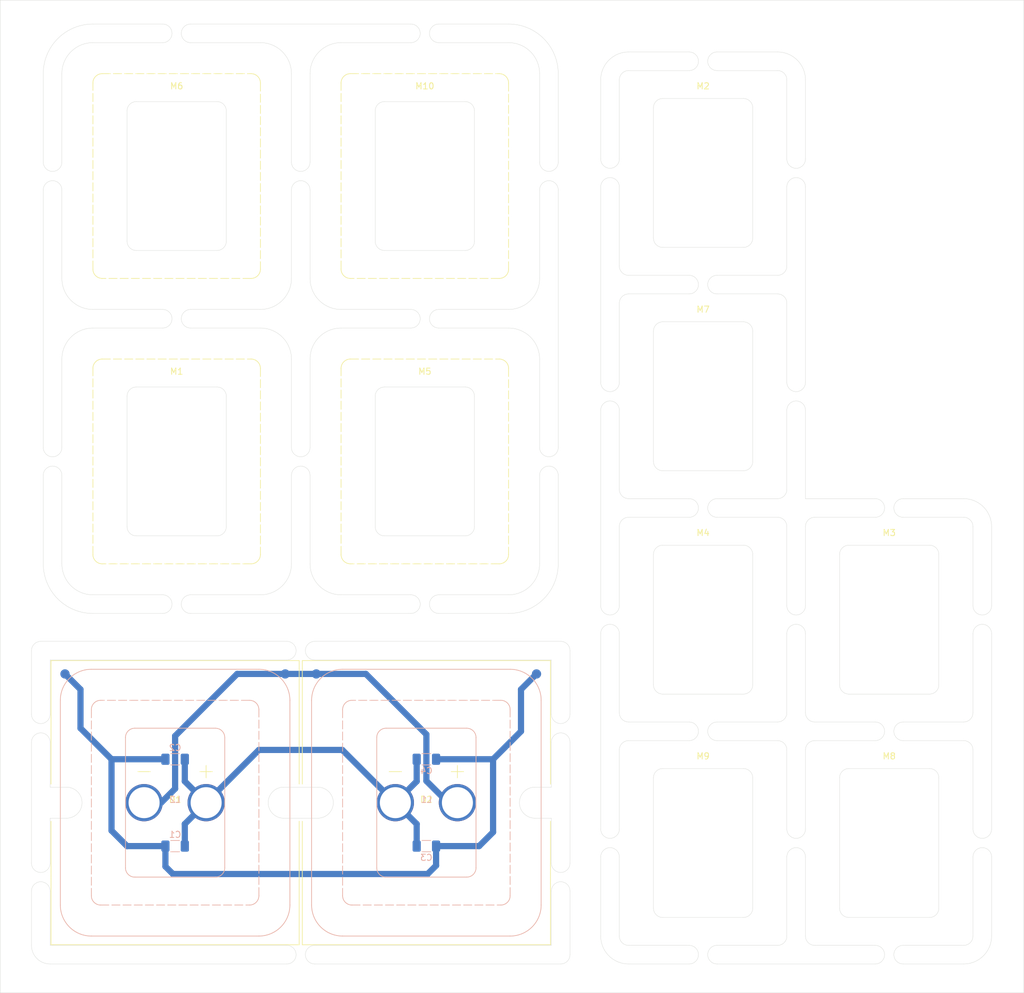
<source format=kicad_pcb>
(kicad_pcb (version 20221018) (generator pcbnew)
  (layers (0 "F.Cu" signal) (31 "B.Cu" signal) (34 "B.Paste" user) (35 "F.Paste" user) (36 "B.SilkS" user "B.Silkscreen") (37 "F.SilkS" user "F.Silkscreen") (38 "B.Mask" user) (39 "F.Mask" user) (44 "Edge.Cuts" user))
  (net 0 "")
  (net 1 "Net-(D1-A)")
  (net 2 "Net-(D1-K)")
  (net 3 "Net-(C1-Pad2)")
  (footprint "pendulum:coil_shell_for_construction" (layer "F.Cu") (at 186.4 126.45)
    (fp_text reference "M5")
    (fp_text value "Coil shell for constructin" hide)
    (fp_line (start -18.5 -2.25) (end -18.5 -16.5) (stroke (width 0.05)) (layer "Edge.Cuts"))
    (fp_line (start -18.5 16.5) (end -18.5 2.25) (stroke (width 0.05)) (layer "Edge.Cuts"))
    (fp_line (start -8 -10.5) (end -8 10.5) (stroke (width 0.05)) (layer "Edge.Cuts"))
    (fp_line (start -6.5 12) (end 6.5 12) (stroke (width 0.05)) (layer "Edge.Cuts"))
    (fp_line (start -2.25 -21.5) (end -13.5 -21.5) (stroke (width 0.05)) (layer "Edge.Cuts"))
    (fp_line (start -2.25 21.5) (end -13.5 21.5) (stroke (width 0.05)) (layer "Edge.Cuts"))
    (fp_line (start 2.25 -21.5) (end 13.5 -21.5) (stroke (width 0.05)) (layer "Edge.Cuts"))
    (fp_line (start 6.5 -12) (end -6.5 -12) (stroke (width 0.05)) (layer "Edge.Cuts"))
    (fp_line (start 8 10.5) (end 8 -10.5) (stroke (width 0.05)) (layer "Edge.Cuts"))
    (fp_line (start 13.5 21.5) (end 2.25 21.5) (stroke (width 0.05)) (layer "Edge.Cuts"))
    (fp_line (start 18.5 -16.5) (end 18.5 -2.25) (stroke (width 0.05)) (layer "Edge.Cuts"))
    (fp_line (start 18.5 2.25) (end 18.5 16.5) (stroke (width 0.05)) (layer "Edge.Cuts"))
    (fp_arc (start -18.5 -16.5) (mid -17.035534 -20.035534) (end -13.5 -21.5) (stroke (width 0.05)) (layer "Edge.Cuts"))
    (fp_arc (start -13.5 21.5) (mid -17.035534 20.035534) (end -18.5 16.5) (stroke (width 0.05)) (layer "Edge.Cuts"))
    (fp_arc (start -8 -10.5) (mid -7.56066 -11.56066) (end -6.5 -12) (stroke (width 0.05)) (layer "Edge.Cuts"))
    (fp_arc (start -6.5 12) (mid -7.56066 11.56066) (end -8 10.5) (stroke (width 0.05)) (layer "Edge.Cuts"))
    (fp_arc (start 6.5 -12) (mid 7.56066 -11.56066) (end 8 -10.5) (stroke (width 0.05)) (layer "Edge.Cuts"))
    (fp_arc (start 8 10.5) (mid 7.56066 11.56066) (end 6.5 12) (stroke (width 0.05)) (layer "Edge.Cuts"))
    (fp_arc (start 13.5 -21.5) (mid 17.035534 -20.035534) (end 18.5 -16.5) (stroke (width 0.05)) (layer "Edge.Cuts"))
    (fp_arc (start 18.5 16.5) (mid 17.035534 20.035534) (end 13.5 21.5) (stroke (width 0.05)) (layer "Edge.Cuts"))
  )
  (footprint "pendulum:mouse_bites_3mm" (layer "F.Cu") (at 186.4 147.95 180)
    (fp_text reference "REF**" hide)
    (fp_text value "mouse_bites_3mm" hide)
    (fp_arc (start -2.25 -3) (mid -0.75 -1.5) (end -2.25 0) (stroke (width 0.05)) (layer "Edge.Cuts"))
    (fp_arc (start 2.25 0) (mid 0.75 -1.5) (end 2.25 -3) (stroke (width 0.05)) (layer "Edge.Cuts"))
  )
  (footprint "pendulum:solar_cell" (layer "F.Cu") (at 186.65 181.45)
    (fp_text reference "D2")
    (fp_text value "0.5V/400mA")
  )
  (footprint "pendulum:mouse_bites_3mm" (layer "F.Cu") (at 261.25 207.45)
    (fp_text reference "REF**" hide)
    (fp_text value "mouse_bites_3mm" hide)
    (fp_arc (start -2.25 -3) (mid -0.75 -1.5) (end -2.25 0) (stroke (width 0.05)) (layer "Edge.Cuts"))
    (fp_arc (start 2.25 0) (mid 0.75 -1.5) (end 2.25 -3) (stroke (width 0.05)) (layer "Edge.Cuts"))
  )
  (footprint "pendulum:mouse_bites_3mm" (layer "F.Cu") (at 126 193.45 90)
    (fp_text reference "REF**" hide)
    (fp_text value "mouse_bites_3mm" hide)
    (fp_arc (start -2.25 -3) (mid -0.75 -1.5) (end -2.25 0) (stroke (width 0.05)) (layer "Edge.Cuts"))
    (fp_arc (start 2.25 0) (mid 0.75 -1.5) (end 2.25 -3) (stroke (width 0.05)) (layer "Edge.Cuts"))
  )
  (footprint "pendulum:mouse_bites_3mm" (layer "F.Cu") (at 167.9 126.45 90)
    (fp_text reference "REF**" hide)
    (fp_text value "mouse_bites_3mm" hide)
    (fp_arc (start -2.25 -3) (mid -0.75 -1.5) (end -2.25 0) (stroke (width 0.05)) (layer "Edge.Cuts"))
    (fp_arc (start 2.25 0) (mid 0.75 -1.5) (end 2.25 -3) (stroke (width 0.05)) (layer "Edge.Cuts"))
  )
  (footprint "pendulum:coil_core_for_construction" (layer "F.Cu") (at 231.25 151.95)
    (fp_text reference "M4")
    (fp_text value "Coil core for construction" hide)
    (fp_line (start -13.5 -2.25) (end -13.5 -15) (stroke (width 0.05)) (layer "Edge.Cuts"))
    (fp_line (start -13.5 15) (end -13.5 2.25) (stroke (width 0.05)) (layer "Edge.Cuts"))
    (fp_line (start -12 -16.5) (end -2.25 -16.5) (stroke (width 0.05)) (layer "Edge.Cuts"))
    (fp_line (start -8 -10.5) (end -8 10.5) (stroke (width 0.05)) (layer "Edge.Cuts"))
    (fp_line (start -6.5 12) (end 6.5 12) (stroke (width 0.05)) (layer "Edge.Cuts"))
    (fp_line (start -2.25 16.5) (end -12 16.5) (stroke (width 0.05)) (layer "Edge.Cuts"))
    (fp_line (start 2.25 -16.5) (end 12 -16.5) (stroke (width 0.05)) (layer "Edge.Cuts"))
    (fp_line (start 6.5 -12) (end -6.5 -12) (stroke (width 0.05)) (layer "Edge.Cuts"))
    (fp_line (start 8 10.5) (end 8 -10.5) (stroke (width 0.05)) (layer "Edge.Cuts"))
    (fp_line (start 12 16.5) (end 2.25 16.5) (stroke (width 0.05)) (layer "Edge.Cuts"))
    (fp_line (start 13.5 -15) (end 13.5 -2.25) (stroke (width 0.05)) (layer "Edge.Cuts"))
    (fp_line (start 13.5 2.25) (end 13.5 15) (stroke (width 0.05)) (layer "Edge.Cuts"))
    (fp_arc (start -13.5 -15) (mid -13.06066 -16.06066) (end -12 -16.5) (stroke (width 0.05)) (layer "Edge.Cuts"))
    (fp_arc (start -12 16.5) (mid -13.06066 16.06066) (end -13.5 15) (stroke (width 0.05)) (layer "Edge.Cuts"))
    (fp_arc (start -8 -10.5) (mid -7.56066 -11.56066) (end -6.5 -12) (stroke (width 0.05)) (layer "Edge.Cuts"))
    (fp_arc (start -6.5 12) (mid -7.56066 11.56066) (end -8 10.5) (stroke (width 0.05)) (layer "Edge.Cuts"))
    (fp_arc (start 6.5 -12) (mid 7.56066 -11.56066) (end 8 -10.5) (stroke (width 0.05)) (layer "Edge.Cuts"))
    (fp_arc (start 8 10.5) (mid 7.56066 11.56066) (end 6.5 12) (stroke (width 0.05)) (layer "Edge.Cuts"))
    (fp_arc (start 12 -16.5) (mid 13.06066 -16.06066) (end 13.5 -15) (stroke (width 0.05)) (layer "Edge.Cuts"))
    (fp_arc (start 13.5 15) (mid 13.06066 16.06066) (end 12 16.5) (stroke (width 0.05)) (layer "Edge.Cuts"))
  )
  (footprint "pendulum:mouse_bites_3mm" (layer "F.Cu") (at 247.75 115.95 90)
    (fp_text reference "REF**" hide)
    (fp_text value "mouse_bites_3mm" hide)
    (fp_arc (start -2.25 -3) (mid -0.75 -1.5) (end -2.25 0) (stroke (width 0.05)) (layer "Edge.Cuts"))
    (fp_arc (start 2.25 0) (mid 0.75 -1.5) (end 2.25 -3) (stroke (width 0.05)) (layer "Edge.Cuts"))
  )
  (footprint "pendulum:mouse_bites_3mm" (layer "F.Cu") (at 166.4 207.45)
    (fp_text reference "REF**" hide)
    (fp_text value "mouse_bites_3mm" hide)
    (fp_arc (start -2.25 -3) (mid -0.75 -1.5) (end -2.25 0) (stroke (width 0.05)) (layer "Edge.Cuts"))
    (fp_arc (start 2.25 0) (mid 0.75 -1.5) (end 2.25 -3) (stroke (width 0.05)) (layer "Edge.Cuts"))
  )
  (footprint "pendulum:solar_cell" (layer "F.Cu") (at 146.15 181.45)
    (fp_text reference "D1")
    (fp_text value "0.5V/400mA")
  )
  (footprint "pendulum:mouse_bites_3mm" (layer "F.Cu") (at 261.25 135.45)
    (fp_text reference "REF**" hide)
    (fp_text value "mouse_bites_3mm" hide)
    (fp_arc (start -2.25 -3) (mid -0.75 -1.5) (end -2.25 0) (stroke (width 0.05)) (layer "Edge.Cuts"))
    (fp_arc (start 2.25 0) (mid 0.75 -1.5) (end 2.25 -3) (stroke (width 0.05)) (layer "Edge.Cuts"))
  )
  (footprint "pendulum:mouse_bites_3mm" (layer "F.Cu") (at 126 169.45 90)
    (fp_text reference "REF**" hide)
    (fp_text value "mouse_bites_3mm" hide)
    (fp_arc (start -2.25 -3) (mid -0.75 -1.5) (end -2.25 0) (stroke (width 0.05)) (layer "Edge.Cuts"))
    (fp_arc (start 2.25 0) (mid 0.75 -1.5) (end 2.25 -3) (stroke (width 0.05)) (layer "Edge.Cuts"))
  )
  (footprint "pendulum:mouse_bites_3mm" (layer "F.Cu") (at 231.25 99.45)
    (fp_text reference "REF**" hide)
    (fp_text value "mouse_bites_3mm" hide)
    (fp_arc (start -2.25 -3) (mid -0.75 -1.5) (end -2.25 0) (stroke (width 0.05)) (layer "Edge.Cuts"))
    (fp_arc (start 2.25 0) (mid 0.75 -1.5) (end 2.25 -3) (stroke (width 0.05)) (layer "Edge.Cuts"))
  )
  (footprint "pendulum:mouse_bites_3mm" (layer "F.Cu") (at 247.75 79.95 90)
    (fp_text reference "REF**" hide)
    (fp_text value "mouse_bites_3mm" hide)
    (fp_arc (start -2.25 -3) (mid -0.75 -1.5) (end -2.25 0) (stroke (width 0.05)) (layer "Edge.Cuts"))
    (fp_arc (start 2.25 0) (mid 0.75 -1.5) (end 2.25 -3) (stroke (width 0.05)) (layer "Edge.Cuts"))
  )
  (footprint "pendulum:mouse_bites_3mm" (layer "F.Cu") (at 277.75 151.95 90)
    (fp_text reference "REF**" hide)
    (fp_text value "mouse_bites_3mm" hide)
    (fp_arc (start -2.25 -3) (mid -0.75 -1.5) (end -2.25 0) (stroke (width 0.05)) (layer "Edge.Cuts"))
    (fp_arc (start 2.25 0) (mid 0.75 -1.5) (end 2.25 -3) (stroke (width 0.05)) (layer "Edge.Cuts"))
  )
  (footprint "pendulum:mouse_bites_3mm" (layer "F.Cu") (at 277.75 187.95 90)
    (fp_text reference "REF**" hide)
    (fp_text value "mouse_bites_3mm" hide)
    (fp_arc (start -2.25 -3) (mid -0.75 -1.5) (end -2.25 0) (stroke (width 0.05)) (layer "Edge.Cuts"))
    (fp_arc (start 2.25 0) (mid 0.75 -1.5) (end 2.25 -3) (stroke (width 0.05)) (layer "Edge.Cuts"))
  )
  (footprint "pendulum:mouse_bites_3mm" (layer "F.Cu") (at 231.25 171.45)
    (fp_text reference "REF**" hide)
    (fp_text value "mouse_bites_3mm" hide)
    (fp_arc (start -2.25 -3) (mid -0.75 -1.5) (end -2.25 0) (stroke (width 0.05)) (layer "Edge.Cuts"))
    (fp_arc (start 2.25 0) (mid 0.75 -1.5) (end 2.25 -3) (stroke (width 0.05)) (layer "Edge.Cuts"))
  )
  (footprint "pendulum:mouse_bites_3mm" (layer "F.Cu") (at 146.4 55.95 180)
    (fp_text reference "REF**" hide)
    (fp_text value "mouse_bites_3mm" hide)
    (fp_arc (start -2.25 -3) (mid -0.75 -1.5) (end -2.25 0) (stroke (width 0.05)) (layer "Edge.Cuts"))
    (fp_arc (start 2.25 0) (mid 0.75 -1.5) (end 2.25 -3) (stroke (width 0.05)) (layer "Edge.Cuts"))
  )
  (footprint "pendulum:mouse_bites_3mm" (layer "F.Cu") (at 206.8 193.45 -90)
    (fp_text reference "REF**" hide)
    (fp_text value "mouse_bites_3mm" hide)
    (fp_arc (start -2.25 -3) (mid -0.75 -1.5) (end -2.25 0) (stroke (width 0.05)) (layer "Edge.Cuts"))
    (fp_arc (start 2.25 0) (mid 0.75 -1.5) (end 2.25 -3) (stroke (width 0.05)) (layer "Edge.Cuts"))
  )
  (footprint "pendulum:coil_shell_for_construction" (layer "F.Cu") (at 186.4 80.45)
    (fp_text reference "M10")
    (fp_text value "Coil shell for constructin" hide)
    (fp_line (start -18.5 -2.25) (end -18.5 -16.5) (stroke (width 0.05)) (layer "Edge.Cuts"))
    (fp_line (start -18.5 16.5) (end -18.5 2.25) (stroke (width 0.05)) (layer "Edge.Cuts"))
    (fp_line (start -8 -10.5) (end -8 10.5) (stroke (width 0.05)) (layer "Edge.Cuts"))
    (fp_line (start -6.5 12) (end 6.5 12) (stroke (width 0.05)) (layer "Edge.Cuts"))
    (fp_line (start -2.25 -21.5) (end -13.5 -21.5) (stroke (width 0.05)) (layer "Edge.Cuts"))
    (fp_line (start -2.25 21.5) (end -13.5 21.5) (stroke (width 0.05)) (layer "Edge.Cuts"))
    (fp_line (start 2.25 -21.5) (end 13.5 -21.5) (stroke (width 0.05)) (layer "Edge.Cuts"))
    (fp_line (start 6.5 -12) (end -6.5 -12) (stroke (width 0.05)) (layer "Edge.Cuts"))
    (fp_line (start 8 10.5) (end 8 -10.5) (stroke (width 0.05)) (layer "Edge.Cuts"))
    (fp_line (start 13.5 21.5) (end 2.25 21.5) (stroke (width 0.05)) (layer "Edge.Cuts"))
    (fp_line (start 18.5 -16.5) (end 18.5 -2.25) (stroke (width 0.05)) (layer "Edge.Cuts"))
    (fp_line (start 18.5 2.25) (end 18.5 16.5) (stroke (width 0.05)) (layer "Edge.Cuts"))
    (fp_arc (start -18.5 -16.5) (mid -17.035534 -20.035534) (end -13.5 -21.5) (stroke (width 0.05)) (layer "Edge.Cuts"))
    (fp_arc (start -13.5 21.5) (mid -17.035534 20.035534) (end -18.5 16.5) (stroke (width 0.05)) (layer "Edge.Cuts"))
    (fp_arc (start -8 -10.5) (mid -7.56066 -11.56066) (end -6.5 -12) (stroke (width 0.05)) (layer "Edge.Cuts"))
    (fp_arc (start -6.5 12) (mid -7.56066 11.56066) (end -8 10.5) (stroke (width 0.05)) (layer "Edge.Cuts"))
    (fp_arc (start 6.5 -12) (mid 7.56066 -11.56066) (end 8 -10.5) (stroke (width 0.05)) (layer "Edge.Cuts"))
    (fp_arc (start 8 10.5) (mid 7.56066 11.56066) (end 6.5 12) (stroke (width 0.05)) (layer "Edge.Cuts"))
    (fp_arc (start 13.5 -21.5) (mid 17.035534 -20.035534) (end 18.5 -16.5) (stroke (width 0.05)) (layer "Edge.Cuts"))
    (fp_arc (start 18.5 16.5) (mid 17.035534 20.035534) (end 13.5 21.5) (stroke (width 0.05)) (layer "Edge.Cuts"))
  )
  (footprint "pendulum:coil_shell_for_construction" (layer "F.Cu") (at 146.4 126.45)
    (fp_text reference "M1")
    (fp_text value "Coil shell for constructin" hide)
    (fp_line (start -18.5 -2.25) (end -18.5 -16.5) (stroke (width 0.05)) (layer "Edge.Cuts"))
    (fp_line (start -18.5 16.5) (end -18.5 2.25) (stroke (width 0.05)) (layer "Edge.Cuts"))
    (fp_line (start -8 -10.5) (end -8 10.5) (stroke (width 0.05)) (layer "Edge.Cuts"))
    (fp_line (start -6.5 12) (end 6.5 12) (stroke (width 0.05)) (layer "Edge.Cuts"))
    (fp_line (start -2.25 -21.5) (end -13.5 -21.5) (stroke (width 0.05)) (layer "Edge.Cuts"))
    (fp_line (start -2.25 21.5) (end -13.5 21.5) (stroke (width 0.05)) (layer "Edge.Cuts"))
    (fp_line (start 2.25 -21.5) (end 13.5 -21.5) (stroke (width 0.05)) (layer "Edge.Cuts"))
    (fp_line (start 6.5 -12) (end -6.5 -12) (stroke (width 0.05)) (layer "Edge.Cuts"))
    (fp_line (start 8 10.5) (end 8 -10.5) (stroke (width 0.05)) (layer "Edge.Cuts"))
    (fp_line (start 13.5 21.5) (end 2.25 21.5) (stroke (width 0.05)) (layer "Edge.Cuts"))
    (fp_line (start 18.5 -16.5) (end 18.5 -2.25) (stroke (width 0.05)) (layer "Edge.Cuts"))
    (fp_line (start 18.5 2.25) (end 18.5 16.5) (stroke (width 0.05)) (layer "Edge.Cuts"))
    (fp_arc (start -18.5 -16.5) (mid -17.035534 -20.035534) (end -13.5 -21.5) (stroke (width 0.05)) (layer "Edge.Cuts"))
    (fp_arc (start -13.5 21.5) (mid -17.035534 20.035534) (end -18.5 16.5) (stroke (width 0.05)) (layer "Edge.Cuts"))
    (fp_arc (start -8 -10.5) (mid -7.56066 -11.56066) (end -6.5 -12) (stroke (width 0.05)) (layer "Edge.Cuts"))
    (fp_arc (start -6.5 12) (mid -7.56066 11.56066) (end -8 10.5) (stroke (width 0.05)) (layer "Edge.Cuts"))
    (fp_arc (start 6.5 -12) (mid 7.56066 -11.56066) (end 8 -10.5) (stroke (width 0.05)) (layer "Edge.Cuts"))
    (fp_arc (start 8 10.5) (mid 7.56066 11.56066) (end 6.5 12) (stroke (width 0.05)) (layer "Edge.Cuts"))
    (fp_arc (start 13.5 -21.5) (mid 17.035534 -20.035534) (end 18.5 -16.5) (stroke (width 0.05)) (layer "Edge.Cuts"))
    (fp_arc (start 18.5 16.5) (mid 17.035534 20.035534) (end 13.5 21.5) (stroke (width 0.05)) (layer "Edge.Cuts"))
  )
  (footprint "pendulum:mouse_bites_3mm" (layer "F.Cu") (at 146.4 101.95 180)
    (fp_text reference "REF**" hide)
    (fp_text value "mouse_bites_3mm" hide)
    (fp_arc (start -2.25 -3) (mid -0.75 -1.5) (end -2.25 0) (stroke (width 0.05)) (layer "Edge.Cuts"))
    (fp_arc (start 2.25 0) (mid 0.75 -1.5) (end 2.25 -3) (stroke (width 0.05)) (layer "Edge.Cuts"))
  )
  (footprint "pendulum:mouse_bites_3mm" (layer "F.Cu") (at 217.75 79.95 90)
    (fp_text reference "REF**" hide)
    (fp_text value "mouse_bites_3mm" hide)
    (fp_arc (start -2.25 -3) (mid -0.75 -1.5) (end -2.25 0) (stroke (width 0.05)) (layer "Edge.Cuts"))
    (fp_arc (start 2.25 0) (mid 0.75 -1.5) (end 2.25 -3) (stroke (width 0.05)) (layer "Edge.Cuts"))
  )
  (footprint "pendulum:coil_core_for_construction" (layer "F.Cu") (at 231.25 79.95)
    (fp_text reference "M2")
    (fp_text value "Coil core for construction" hide)
    (fp_line (start -13.5 -2.25) (end -13.5 -15) (stroke (width 0.05)) (layer "Edge.Cuts"))
    (fp_line (start -13.5 15) (end -13.5 2.25) (stroke (width 0.05)) (layer "Edge.Cuts"))
    (fp_line (start -12 -16.5) (end -2.25 -16.5) (stroke (width 0.05)) (layer "Edge.Cuts"))
    (fp_line (start -8 -10.5) (end -8 10.5) (stroke (width 0.05)) (layer "Edge.Cuts"))
    (fp_line (start -6.5 12) (end 6.5 12) (stroke (width 0.05)) (layer "Edge.Cuts"))
    (fp_line (start -2.25 16.5) (end -12 16.5) (stroke (width 0.05)) (layer "Edge.Cuts"))
    (fp_line (start 2.25 -16.5) (end 12 -16.5) (stroke (width 0.05)) (layer "Edge.Cuts"))
    (fp_line (start 6.5 -12) (end -6.5 -12) (stroke (width 0.05)) (layer "Edge.Cuts"))
    (fp_line (start 8 10.5) (end 8 -10.5) (stroke (width 0.05)) (layer "Edge.Cuts"))
    (fp_line (start 12 16.5) (end 2.25 16.5) (stroke (width 0.05)) (layer "Edge.Cuts"))
    (fp_line (start 13.5 -15) (end 13.5 -2.25) (stroke (width 0.05)) (layer "Edge.Cuts"))
    (fp_line (start 13.5 2.25) (end 13.5 15) (stroke (width 0.05)) (layer "Edge.Cuts"))
    (fp_arc (start -13.5 -15) (mid -13.06066 -16.06066) (end -12 -16.5) (stroke (width 0.05)) (layer "Edge.Cuts"))
    (fp_arc (start -12 16.5) (mid -13.06066 16.06066) (end -13.5 15) (stroke (width 0.05)) (layer "Edge.Cuts"))
    (fp_arc (start -8 -10.5) (mid -7.56066 -11.56066) (end -6.5 -12) (stroke (width 0.05)) (layer "Edge.Cuts"))
    (fp_arc (start -6.5 12) (mid -7.56066 11.56066) (end -8 10.5) (stroke (width 0.05)) (layer "Edge.Cuts"))
    (fp_arc (start 6.5 -12) (mid 7.56066 -11.56066) (end 8 -10.5) (stroke (width 0.05)) (layer "Edge.Cuts"))
    (fp_arc (start 8 10.5) (mid 7.56066 11.56066) (end 6.5 12) (stroke (width 0.05)) (layer "Edge.Cuts"))
    (fp_arc (start 12 -16.5) (mid 13.06066 -16.06066) (end 13.5 -15) (stroke (width 0.05)) (layer "Edge.Cuts"))
    (fp_arc (start 13.5 15) (mid 13.06066 16.06066) (end 12 16.5) (stroke (width 0.05)) (layer "Edge.Cuts"))
  )
  (footprint "pendulum:mouse_bites_3mm" (layer "F.Cu") (at 231.25 135.45)
    (fp_text reference "REF**" hide)
    (fp_text value "mouse_bites_3mm" hide)
    (fp_arc (start -2.25 -3) (mid -0.75 -1.5) (end -2.25 0) (stroke (width 0.05)) (layer "Edge.Cuts"))
    (fp_arc (start 2.25 0) (mid 0.75 -1.5) (end 2.25 -3) (stroke (width 0.05)) (layer "Edge.Cuts"))
  )
  (footprint "pendulum:coil_core_for_construction" (layer "F.Cu") (at 261.25 187.95)
    (fp_text reference "M8")
    (fp_text value "Coil core for construction" hide)
    (fp_line (start -13.5 -2.25) (end -13.5 -15) (stroke (width 0.05)) (layer "Edge.Cuts"))
    (fp_line (start -13.5 15) (end -13.5 2.25) (stroke (width 0.05)) (layer "Edge.Cuts"))
    (fp_line (start -12 -16.5) (end -2.25 -16.5) (stroke (width 0.05)) (layer "Edge.Cuts"))
    (fp_line (start -8 -10.5) (end -8 10.5) (stroke (width 0.05)) (layer "Edge.Cuts"))
    (fp_line (start -6.5 12) (end 6.5 12) (stroke (width 0.05)) (layer "Edge.Cuts"))
    (fp_line (start -2.25 16.5) (end -12 16.5) (stroke (width 0.05)) (layer "Edge.Cuts"))
    (fp_line (start 2.25 -16.5) (end 12 -16.5) (stroke (width 0.05)) (layer "Edge.Cuts"))
    (fp_line (start 6.5 -12) (end -6.5 -12) (stroke (width 0.05)) (layer "Edge.Cuts"))
    (fp_line (start 8 10.5) (end 8 -10.5) (stroke (width 0.05)) (layer "Edge.Cuts"))
    (fp_line (start 12 16.5) (end 2.25 16.5) (stroke (width 0.05)) (layer "Edge.Cuts"))
    (fp_line (start 13.5 -15) (end 13.5 -2.25) (stroke (width 0.05)) (layer "Edge.Cuts"))
    (fp_line (start 13.5 2.25) (end 13.5 15) (stroke (width 0.05)) (layer "Edge.Cuts"))
    (fp_arc (start -13.5 -15) (mid -13.06066 -16.06066) (end -12 -16.5) (stroke (width 0.05)) (layer "Edge.Cuts"))
    (fp_arc (start -12 16.5) (mid -13.06066 16.06066) (end -13.5 15) (stroke (width 0.05)) (layer "Edge.Cuts"))
    (fp_arc (start -8 -10.5) (mid -7.56066 -11.56066) (end -6.5 -12) (stroke (width 0.05)) (layer "Edge.Cuts"))
    (fp_arc (start -6.5 12) (mid -7.56066 11.56066) (end -8 10.5) (stroke (width 0.05)) (layer "Edge.Cuts"))
    (fp_arc (start 6.5 -12) (mid 7.56066 -11.56066) (end 8 -10.5) (stroke (width 0.05)) (layer "Edge.Cuts"))
    (fp_arc (start 8 10.5) (mid 7.56066 11.56066) (end 6.5 12) (stroke (width 0.05)) (layer "Edge.Cuts"))
    (fp_arc (start 12 -16.5) (mid 13.06066 -16.06066) (end 13.5 -15) (stroke (width 0.05)) (layer "Edge.Cuts"))
    (fp_arc (start 13.5 15) (mid 13.06066 16.06066) (end 12 16.5) (stroke (width 0.05)) (layer "Edge.Cuts"))
  )
  (footprint "pendulum:coil_core_for_construction" (layer "F.Cu") (at 231.25 187.95)
    (fp_text reference "M9")
    (fp_text value "Coil core for construction" hide)
    (fp_line (start -13.5 -2.25) (end -13.5 -15) (stroke (width 0.05)) (layer "Edge.Cuts"))
    (fp_line (start -13.5 15) (end -13.5 2.25) (stroke (width 0.05)) (layer "Edge.Cuts"))
    (fp_line (start -12 -16.5) (end -2.25 -16.5) (stroke (width 0.05)) (layer "Edge.Cuts"))
    (fp_line (start -8 -10.5) (end -8 10.5) (stroke (width 0.05)) (layer "Edge.Cuts"))
    (fp_line (start -6.5 12) (end 6.5 12) (stroke (width 0.05)) (layer "Edge.Cuts"))
    (fp_line (start -2.25 16.5) (end -12 16.5) (stroke (width 0.05)) (layer "Edge.Cuts"))
    (fp_line (start 2.25 -16.5) (end 12 -16.5) (stroke (width 0.05)) (layer "Edge.Cuts"))
    (fp_line (start 6.5 -12) (end -6.5 -12) (stroke (width 0.05)) (layer "Edge.Cuts"))
    (fp_line (start 8 10.5) (end 8 -10.5) (stroke (width 0.05)) (layer "Edge.Cuts"))
    (fp_line (start 12 16.5) (end 2.25 16.5) (stroke (width 0.05)) (layer "Edge.Cuts"))
    (fp_line (start 13.5 -15) (end 13.5 -2.25) (stroke (width 0.05)) (layer "Edge.Cuts"))
    (fp_line (start 13.5 2.25) (end 13.5 15) (stroke (width 0.05)) (layer "Edge.Cuts"))
    (fp_arc (start -13.5 -15) (mid -13.06066 -16.06066) (end -12 -16.5) (stroke (width 0.05)) (layer "Edge.Cuts"))
    (fp_arc (start -12 16.5) (mid -13.06066 16.06066) (end -13.5 15) (stroke (width 0.05)) (layer "Edge.Cuts"))
    (fp_arc (start -8 -10.5) (mid -7.56066 -11.56066) (end -6.5 -12) (stroke (width 0.05)) (layer "Edge.Cuts"))
    (fp_arc (start -6.5 12) (mid -7.56066 11.56066) (end -8 10.5) (stroke (width 0.05)) (layer "Edge.Cuts"))
    (fp_arc (start 6.5 -12) (mid 7.56066 -11.56066) (end 8 -10.5) (stroke (width 0.05)) (layer "Edge.Cuts"))
    (fp_arc (start 8 10.5) (mid 7.56066 11.56066) (end 6.5 12) (stroke (width 0.05)) (layer "Edge.Cuts"))
    (fp_arc (start 12 -16.5) (mid 13.06066 -16.06066) (end 13.5 -15) (stroke (width 0.05)) (layer "Edge.Cuts"))
    (fp_arc (start 13.5 15) (mid 13.06066 16.06066) (end 12 16.5) (stroke (width 0.05)) (layer "Edge.Cuts"))
  )
  (footprint "pendulum:mouse_bites_3mm" (layer "F.Cu") (at 206.8 169.45 -90)
    (fp_text reference "REF**" hide)
    (fp_text value "mouse_bites_3mm" hide)
    (fp_arc (start -2.25 -3) (mid -0.75 -1.5) (end -2.25 0) (stroke (width 0.05)) (layer "Edge.Cuts"))
    (fp_arc (start 2.25 0) (mid 0.75 -1.5) (end 2.25 -3) (stroke (width 0.05)) (layer "Edge.Cuts"))
  )
  (footprint "pendulum:mouse_bites_3mm" (layer "F.Cu") (at 127.9 80.45 90)
    (fp_text reference "REF**" hide)
    (fp_text value "mouse_bites_3mm" hide)
    (fp_arc (start -2.25 -3) (mid -0.75 -1.5) (end -2.25 0) (stroke (width 0.05)) (layer "Edge.Cuts"))
    (fp_arc (start 2.25 0) (mid 0.75 -1.5) (end 2.25 -3) (stroke (width 0.05)) (layer "Edge.Cuts"))
  )
  (footprint "pendulum:mouse_bites_3mm" (layer "F.Cu") (at 231.25 207.45)
    (fp_text reference "REF**" hide)
    (fp_text value "mouse_bites_3mm" hide)
    (fp_arc (start -2.25 -3) (mid -0.75 -1.5) (end -2.25 0) (stroke (width 0.05)) (layer "Edge.Cuts"))
    (fp_arc (start 2.25 0) (mid 0.75 -1.5) (end 2.25 -3) (stroke (width 0.05)) (layer "Edge.Cuts"))
  )
  (footprint "pendulum:mouse_bites_3mm" (layer "F.Cu") (at 166.4 158.45)
    (fp_text reference "REF**" hide)
    (fp_text value "mouse_bites_3mm" hide)
    (fp_arc (start -2.25 -3) (mid -0.75 -1.5) (end -2.25 0) (stroke (width 0.05)) (layer "Edge.Cuts"))
    (fp_arc (start 2.25 0) (mid 0.75 -1.5) (end 2.25 -3) (stroke (width 0.05)) (layer "Edge.Cuts"))
  )
  (footprint "pendulum:mouse_bites_3mm" (layer "F.Cu") (at 207.9 126.45 90)
    (fp_text reference "REF**" hide)
    (fp_text value "mouse_bites_3mm" hide)
    (fp_arc (start -2.25 -3) (mid -0.75 -1.5) (end -2.25 0) (stroke (width 0.05)) (layer "Edge.Cuts"))
    (fp_arc (start 2.25 0) (mid 0.75 -1.5) (end 2.25 -3) (stroke (width 0.05)) (layer "Edge.Cuts"))
  )
  (footprint "pendulum:coil_core_for_construction" (layer "F.Cu") (at 261.25 151.95)
    (fp_text reference "M3")
    (fp_text value "Coil core for construction" hide)
    (fp_line (start -13.5 -2.25) (end -13.5 -15) (stroke (width 0.05)) (layer "Edge.Cuts"))
    (fp_line (start -13.5 15) (end -13.5 2.25) (stroke (width 0.05)) (layer "Edge.Cuts"))
    (fp_line (start -12 -16.5) (end -2.25 -16.5) (stroke (width 0.05)) (layer "Edge.Cuts"))
    (fp_line (start -8 -10.5) (end -8 10.5) (stroke (width 0.05)) (layer "Edge.Cuts"))
    (fp_line (start -6.5 12) (end 6.5 12) (stroke (width 0.05)) (layer "Edge.Cuts"))
    (fp_line (start -2.25 16.5) (end -12 16.5) (stroke (width 0.05)) (layer "Edge.Cuts"))
    (fp_line (start 2.25 -16.5) (end 12 -16.5) (stroke (width 0.05)) (layer "Edge.Cuts"))
    (fp_line (start 6.5 -12) (end -6.5 -12) (stroke (width 0.05)) (layer "Edge.Cuts"))
    (fp_line (start 8 10.5) (end 8 -10.5) (stroke (width 0.05)) (layer "Edge.Cuts"))
    (fp_line (start 12 16.5) (end 2.25 16.5) (stroke (width 0.05)) (layer "Edge.Cuts"))
    (fp_line (start 13.5 -15) (end 13.5 -2.25) (stroke (width 0.05)) (layer "Edge.Cuts"))
    (fp_line (start 13.5 2.25) (end 13.5 15) (stroke (width 0.05)) (layer "Edge.Cuts"))
    (fp_arc (start -13.5 -15) (mid -13.06066 -16.06066) (end -12 -16.5) (stroke (width 0.05)) (layer "Edge.Cuts"))
    (fp_arc (start -12 16.5) (mid -13.06066 16.06066) (end -13.5 15) (stroke (width 0.05)) (layer "Edge.Cuts"))
    (fp_arc (start -8 -10.5) (mid -7.56066 -11.56066) (end -6.5 -12) (stroke (width 0.05)) (layer "Edge.Cuts"))
    (fp_arc (start -6.5 12) (mid -7.56066 11.56066) (end -8 10.5) (stroke (width 0.05)) (layer "Edge.Cuts"))
    (fp_arc (start 6.5 -12) (mid 7.56066 -11.56066) (end 8 -10.5) (stroke (width 0.05)) (layer "Edge.Cuts"))
    (fp_arc (start 8 10.5) (mid 7.56066 11.56066) (end 6.5 12) (stroke (width 0.05)) (layer "Edge.Cuts"))
    (fp_arc (start 12 -16.5) (mid 13.06066 -16.06066) (end 13.5 -15) (stroke (width 0.05)) (layer "Edge.Cuts"))
    (fp_arc (start 13.5 15) (mid 13.06066 16.06066) (end 12 16.5) (stroke (width 0.05)) (layer "Edge.Cuts"))
  )
  (footprint "pendulum:mouse_bites_3mm" (layer "F.Cu") (at 231.25 63.45)
    (fp_text reference "REF**" hide)
    (fp_text value "mouse_bites_3mm" hide)
    (fp_arc (start -2.25 -3) (mid -0.75 -1.5) (end -2.25 0) (stroke (width 0.05)) (layer "Edge.Cuts"))
    (fp_arc (start 2.25 0) (mid 0.75 -1.5) (end 2.25 -3) (stroke (width 0.05)) (layer "Edge.Cuts"))
  )
  (footprint "pendulum:mouse_bites_3mm" (layer "F.Cu") (at 261.25 171.45)
    (fp_text reference "REF**" hide)
    (fp_text value "mouse_bites_3mm" hide)
    (fp_arc (start -2.25 -3) (mid -0.75 -1.5) (end -2.25 0) (stroke (width 0.05)) (layer "Edge.Cuts"))
    (fp_arc (start 2.25 0) (mid 0.75 -1.5) (end 2.25 -3) (stroke (width 0.05)) (layer "Edge.Cuts"))
  )
  (footprint "pendulum:mouse_bites_3mm" (layer "F.Cu") (at 186.4 101.95 180)
    (fp_text reference "REF**" hide)
    (fp_text value "mouse_bites_3mm" hide)
    (fp_arc (start -2.25 -3) (mid -0.75 -1.5) (end -2.25 0) (stroke (width 0.05)) (layer "Edge.Cuts"))
    (fp_arc (start 2.25 0) (mid 0.75 -1.5) (end 2.25 -3) (stroke (width 0.05)) (layer "Edge.Cuts"))
  )
  (footprint "pendulum:mouse_bites_3mm" (layer "F.Cu") (at 217.75 151.95 90)
    (fp_text reference "REF**" hide)
    (fp_text value "mouse_bites_3mm" hide)
    (fp_arc (start -2.25 -3) (mid -0.75 -1.5) (end -2.25 0) (stroke (width 0.05)) (layer "Edge.Cuts"))
    (fp_arc (start 2.25 0) (mid 0.75 -1.5) (end 2.25 -3) (stroke (width 0.05)) (layer "Edge.Cuts"))
  )
  (footprint "pendulum:mouse_bites_3mm" (layer "F.Cu") (at 247.75 151.95 90)
    (fp_text reference "REF**" hide)
    (fp_text value "mouse_bites_3mm" hide)
    (fp_arc (start -2.25 -3) (mid -0.75 -1.5) (end -2.25 0) (stroke (width 0.05)) (layer "Edge.Cuts"))
    (fp_arc (start 2.25 0) (mid 0.75 -1.5) (end 2.25 -3) (stroke (width 0.05)) (layer "Edge.Cuts"))
  )
  (footprint "pendulum:coil_shell_for_construction" (layer "F.Cu") (at 146.4 80.45)
    (fp_text reference "M6")
    (fp_text value "Coil shell for constructin" hide)
    (fp_line (start -18.5 -2.25) (end -18.5 -16.5) (stroke (width 0.05)) (layer "Edge.Cuts"))
    (fp_line (start -18.5 16.5) (end -18.5 2.25) (stroke (width 0.05)) (layer "Edge.Cuts"))
    (fp_line (start -8 -10.5) (end -8 10.5) (stroke (width 0.05)) (layer "Edge.Cuts"))
    (fp_line (start -6.5 12) (end 6.5 12) (stroke (width 0.05)) (layer "Edge.Cuts"))
    (fp_line (start -2.25 -21.5) (end -13.5 -21.5) (stroke (width 0.05)) (layer "Edge.Cuts"))
    (fp_line (start -2.25 21.5) (end -13.5 21.5) (stroke (width 0.05)) (layer "Edge.Cuts"))
    (fp_line (start 2.25 -21.5) (end 13.5 -21.5) (stroke (width 0.05)) (layer "Edge.Cuts"))
    (fp_line (start 6.5 -12) (end -6.5 -12) (stroke (width 0.05)) (layer "Edge.Cuts"))
    (fp_line (start 8 10.5) (end 8 -10.5) (stroke (width 0.05)) (layer "Edge.Cuts"))
    (fp_line (start 13.5 21.5) (end 2.25 21.5) (stroke (width 0.05)) (layer "Edge.Cuts"))
    (fp_line (start 18.5 -16.5) (end 18.5 -2.25) (stroke (width 0.05)) (layer "Edge.Cuts"))
    (fp_line (start 18.5 2.25) (end 18.5 16.5) (stroke (width 0.05)) (layer "Edge.Cuts"))
    (fp_arc (start -18.5 -16.5) (mid -17.035534 -20.035534) (end -13.5 -21.5) (stroke (width 0.05)) (layer "Edge.Cuts"))
    (fp_arc (start -13.5 21.5) (mid -17.035534 20.035534) (end -18.5 16.5) (stroke (width 0.05)) (layer "Edge.Cuts"))
    (fp_arc (start -8 -10.5) (mid -7.56066 -11.56066) (end -6.5 -12) (stroke (width 0.05)) (layer "Edge.Cuts"))
    (fp_arc (start -6.5 12) (mid -7.56066 11.56066) (end -8 10.5) (stroke (width 0.05)) (layer "Edge.Cuts"))
    (fp_arc (start 6.5 -12) (mid 7.56066 -11.56066) (end 8 -10.5) (stroke (width 0.05)) (layer "Edge.Cuts"))
    (fp_arc (start 8 10.5) (mid 7.56066 11.56066) (end 6.5 12) (stroke (width 0.05)) (layer "Edge.Cuts"))
    (fp_arc (start 13.5 -21.5) (mid 17.035534 -20.035534) (end 18.5 -16.5) (stroke (width 0.05)) (layer "Edge.Cuts"))
    (fp_arc (start 18.5 16.5) (mid 17.035534 20.035534) (end 13.5 21.5) (stroke (width 0.05)) (layer "Edge.Cuts"))
  )
  (footprint "pendulum:mouse_bites_3mm" (layer "F.Cu") (at 247.75 187.95 90)
    (fp_text reference "REF**" hide)
    (fp_text value "mouse_bites_3mm" hide)
    (fp_arc (start -2.25 -3) (mid -0.75 -1.5) (end -2.25 0) (stroke (width 0.05)) (layer "Edge.Cuts"))
    (fp_arc (start 2.25 0) (mid 0.75 -1.5) (end 2.25 -3) (stroke (width 0.05)) (layer "Edge.Cuts"))
  )
  (footprint "pendulum:mouse_bites_3mm" (layer "F.Cu") (at 217.75 187.95 90)
    (fp_text reference "REF**" hide)
    (fp_text value "mouse_bites_3mm" hide)
    (fp_arc (start -2.25 -3) (mid -0.75 -1.5) (end -2.25 0) (stroke (width 0.05)) (layer "Edge.Cuts"))
    (fp_arc (start 2.25 0) (mid 0.75 -1.5) (end 2.25 -3) (stroke (width 0.05)) (layer "Edge.Cuts"))
  )
  (footprint "pendulum:mouse_bites_3mm" (layer "F.Cu") (at 167.9 80.45 90)
    (fp_text reference "REF**" hide)
    (fp_text value "mouse_bites_3mm" hide)
    (fp_arc (start -2.25 -3) (mid -0.75 -1.5) (end -2.25 0) (stroke (width 0.05)) (layer "Edge.Cuts"))
    (fp_arc (start 2.25 0) (mid 0.75 -1.5) (end 2.25 -3) (stroke (width 0.05)) (layer "Edge.Cuts"))
  )
  (footprint "pendulum:mouse_bites_3mm" (layer "F.Cu") (at 207.9 80.45 90)
    (fp_text reference "REF**" hide)
    (fp_text value "mouse_bites_3mm" hide)
    (fp_arc (start -2.25 -3) (mid -0.75 -1.5) (end -2.25 0) (stroke (width 0.05)) (layer "Edge.Cuts"))
    (fp_arc (start 2.25 0) (mid 0.75 -1.5) (end 2.25 -3) (stroke (width 0.05)) (layer "Edge.Cuts"))
  )
  (footprint "pendulum:mouse_bites_3mm" (layer "F.Cu") (at 146.4 147.95 180)
    (fp_text reference "REF**" hide)
    (fp_text value "mouse_bites_3mm" hide)
    (fp_arc (start -2.25 -3) (mid -0.75 -1.5) (end -2.25 0) (stroke (width 0.05)) (layer "Edge.Cuts"))
    (fp_arc (start 2.25 0) (mid 0.75 -1.5) (end 2.25 -3) (stroke (width 0.05)) (layer "Edge.Cuts"))
  )
  (footprint "pendulum:mouse_bites_3mm" (layer "F.Cu") (at 217.75 115.95 90)
    (fp_text reference "REF**" hide)
    (fp_text value "mouse_bites_3mm" hide)
    (fp_arc (start -2.25 -3) (mid -0.75 -1.5) (end -2.25 0) (stroke (width 0.05)) (layer "Edge.Cuts"))
    (fp_arc (start 2.25 0) (mid 0.75 -1.5) (end 2.25 -3) (stroke (width 0.05)) (layer "Edge.Cuts"))
  )
  (footprint "pendulum:coil_core_for_construction" (layer "F.Cu") (at 231.25 115.95)
    (fp_text reference "M7")
    (fp_text value "Coil core for construction" hide)
    (fp_line (start -13.5 -2.25) (end -13.5 -15) (stroke (width 0.05)) (layer "Edge.Cuts"))
    (fp_line (start -13.5 15) (end -13.5 2.25) (stroke (width 0.05)) (layer "Edge.Cuts"))
    (fp_line (start -12 -16.5) (end -2.25 -16.5) (stroke (width 0.05)) (layer "Edge.Cuts"))
    (fp_line (start -8 -10.5) (end -8 10.5) (stroke (width 0.05)) (layer "Edge.Cuts"))
    (fp_line (start -6.5 12) (end 6.5 12) (stroke (width 0.05)) (layer "Edge.Cuts"))
    (fp_line (start -2.25 16.5) (end -12 16.5) (stroke (width 0.05)) (layer "Edge.Cuts"))
    (fp_line (start 2.25 -16.5) (end 12 -16.5) (stroke (width 0.05)) (layer "Edge.Cuts"))
    (fp_line (start 6.5 -12) (end -6.5 -12) (stroke (width 0.05)) (layer "Edge.Cuts"))
    (fp_line (start 8 10.5) (end 8 -10.5) (stroke (width 0.05)) (layer "Edge.Cuts"))
    (fp_line (start 12 16.5) (end 2.25 16.5) (stroke (width 0.05)) (layer "Edge.Cuts"))
    (fp_line (start 13.5 -15) (end 13.5 -2.25) (stroke (width 0.05)) (layer "Edge.Cuts"))
    (fp_line (start 13.5 2.25) (end 13.5 15) (stroke (width 0.05)) (layer "Edge.Cuts"))
    (fp_arc (start -13.5 -15) (mid -13.06066 -16.06066) (end -12 -16.5) (stroke (width 0.05)) (layer "Edge.Cuts"))
    (fp_arc (start -12 16.5) (mid -13.06066 16.06066) (end -13.5 15) (stroke (width 0.05)) (layer "Edge.Cuts"))
    (fp_arc (start -8 -10.5) (mid -7.56066 -11.56066) (end -6.5 -12) (stroke (width 0.05)) (layer "Edge.Cuts"))
    (fp_arc (start -6.5 12) (mid -7.56066 11.56066) (end -8 10.5) (stroke (width 0.05)) (layer "Edge.Cuts"))
    (fp_arc (start 6.5 -12) (mid 7.56066 -11.56066) (end 8 -10.5) (stroke (width 0.05)) (layer "Edge.Cuts"))
    (fp_arc (start 8 10.5) (mid 7.56066 11.56066) (end 6.5 12) (stroke (width 0.05)) (layer "Edge.Cuts"))
    (fp_arc (start 12 -16.5) (mid 13.06066 -16.06066) (end 13.5 -15) (stroke (width 0.05)) (layer "Edge.Cuts"))
    (fp_arc (start 13.5 15) (mid 13.06066 16.06066) (end 12 16.5) (stroke (width 0.05)) (layer "Edge.Cuts"))
  )
  (footprint "pendulum:mouse_bites_3mm" (layer "F.Cu") (at 127.9 126.45 90)
    (fp_text reference "REF**" hide)
    (fp_text value "mouse_bites_3mm" hide)
    (fp_arc (start -2.25 -3) (mid -0.75 -1.5) (end -2.25 0) (stroke (width 0.05)) (layer "Edge.Cuts"))
    (fp_arc (start 2.25 0) (mid 0.75 -1.5) (end 2.25 -3) (stroke (width 0.05)) (layer "Edge.Cuts"))
  )
  (footprint "pendulum:mouse_bites_3mm" (layer "F.Cu") (at 186.4 55.95 180)
    (fp_text reference "REF**" hide)
    (fp_text value "mouse_bites_3mm" hide)
    (fp_arc (start -2.25 -3) (mid -0.75 -1.5) (end -2.25 0) (stroke (width 0.05)) (layer "Edge.Cuts"))
    (fp_arc (start 2.25 0) (mid 0.75 -1.5) (end 2.25 -3) (stroke (width 0.05)) (layer "Edge.Cuts"))
  )
  (footprint "pendulum:coil" (layer "B.Cu") (at 146.15 181.45 180)
    (fp_text reference "L2")
    (fp_text value "1000 turns 250 ohm")
  )
  (footprint "Capacitor_SMD:C_1206_3216Metric_Pad1.33x1.80mm_HandSolder" (layer "B.Cu") (at 146.15 174.45 180)
    (fp_text reference "C2")
    (fp_text value "100µF/6.3V")
  )
  (footprint "Capacitor_SMD:C_1206_3216Metric_Pad1.33x1.80mm_HandSolder" (layer "B.Cu") (at 146.15 188.45 180)
    (fp_text reference "C1")
    (fp_text value "100µF/6.3V")
  )
  (footprint "Capacitor_SMD:C_1206_3216Metric_Pad1.33x1.80mm_HandSolder" (layer "B.Cu") (at 186.65 174.45)
    (fp_text reference "C4")
    (fp_text value "100uF/6.3V")
  )
  (footprint "pendulum:coil" (layer "B.Cu") (at 186.65 181.45 180)
    (fp_text reference "L1")
    (fp_text value "1000 turns 250 ohm")
  )
  (footprint "Capacitor_SMD:C_1206_3216Metric_Pad1.33x1.80mm_HandSolder" (layer "B.Cu") (at 186.65 188.45)
    (fp_text reference "C3")
    (fp_text value "100µF/6.3V")
  )
  (gr_line (start 209.8 191.2) (end 209.8 171.7) (stroke (width 0.05)) (layer "Edge.Cuts"))
  (gr_arc (start 209.8 205.95) (mid 209.36066 207.01066) (end 208.3 207.45) (stroke (width 0.05)) (layer "Edge.Cuts"))
  (gr_line (start 164.15 158.45) (end 126 158.45) (stroke (width 0.05)) (layer "Edge.Cuts"))
  (gr_line (start 277.749998 136.950002) (end 277.75 149.7) (stroke (width 0.05)) (layer "Edge.Cuts"))
  (gr_line (start 209.8 205.95) (end 209.8 195.7) (stroke (width 0.05)) (layer "Edge.Cuts"))
  (gr_line (start 188.65 150.95) (end 199.9 150.95) (stroke (width 0.05)) (layer "Edge.Cuts"))
  (gr_line (start 126 204.45) (end 164.15 204.45) (stroke (width 0.05)) (layer "Edge.Cuts"))
  (gr_line (start 277.75 185.7) (end 277.75 154.2) (stroke (width 0.05)) (layer "Edge.Cuts"))
  (gr_line (start 206.8 195.7) (end 206.8 204.45) (stroke (width 0.05)) (layer "Edge.Cuts"))
  (gr_line (start 128.65 183.95) (end 126 183.95) (stroke (width 0.05)) (layer "Edge.Cuts"))
  (gr_line (start 207.9 78.2) (end 207.9 63.95) (stroke (width 0.05)) (layer "Edge.Cuts"))
  (gr_line (start 247.75 113.7) (end 247.75 82.2) (stroke (width 0.05)) (layer "Edge.Cuts"))
  (gr_line (start 126 178.95) (end 128.65 178.95) (stroke (width 0.05)) (layer "Edge.Cuts"))
  (gr_line (start 263.5 207.45) (end 273.25 207.45) (stroke (width 0.05)) (layer "Edge.Cuts"))
  (gr_line (start 247.75 118.2) (end 247.75 132.45) (stroke (width 0.05)) (layer "Edge.Cuts"))
  (gr_line (start 124.9 82.7) (end 124.9 124.2) (stroke (width 0.05)) (layer "Edge.Cuts"))
  (gr_line (start 163.65 178.95) (end 169.15 178.95) (stroke (width 0.05)) (layer "Edge.Cuts"))
  (gr_line (start 188.65 55.95) (end 199.9 55.95) (stroke (width 0.05)) (layer "Edge.Cuts"))
  (gr_line (start 123 156.95) (end 123 167.2) (stroke (width 0.05)) (layer "Edge.Cuts"))
  (gr_line (start 273.249998 132.450002) (end 263.5 132.45) (stroke (width 0.05)) (layer "Edge.Cuts"))
  (gr_line (start 126 195.7) (end 126 204.45) (stroke (width 0.05)) (layer "Edge.Cuts"))
  (gr_line (start 123 195.7) (end 123 204.45) (stroke (width 0.05)) (layer "Edge.Cuts"))
  (gr_line (start 126 183.95) (end 126 191.2) (stroke (width 0.05)) (layer "Edge.Cuts"))
  (gr_line (start 209.8 167.2) (end 209.8 156.95) (stroke (width 0.05)) (layer "Edge.Cuts"))
  (gr_arc (start 214.750001 64.950001) (mid 216.06802 61.76802) (end 219.250001 60.450001) (stroke (width 0.05)) (layer "Edge.Cuts"))
  (gr_line (start 169.15 183.95) (end 163.65 183.95) (stroke (width 0.05)) (layer "Edge.Cuts"))
  (gr_line (start 277.75 202.95) (end 277.75 190.2) (stroke (width 0.05)) (layer "Edge.Cuts"))
  (gr_arc (start 207.9 142.95) (mid 205.556854 148.606854) (end 199.9 150.95) (stroke (width 0.05)) (layer "Edge.Cuts"))
  (gr_arc (start 199.9 55.95) (mid 205.556854 58.293146) (end 207.9 63.95) (stroke (width 0.05)) (layer "Edge.Cuts"))
  (gr_line (start 214.75 77.7) (end 214.750001 64.950001) (stroke (width 0.05)) (layer "Edge.Cuts"))
  (gr_arc (start 208.3 155.45) (mid 209.36066 155.88934) (end 209.8 156.95) (stroke (width 0.05)) (layer "Edge.Cuts"))
  (gr_arc (start 277.75 202.95) (mid 276.431981 206.131981) (end 273.25 207.45) (stroke (width 0.05)) (layer "Edge.Cuts"))
  (gr_arc (start 163.65 183.95) (mid 161.15 181.45) (end 163.65 178.95) (stroke (width 0.05)) (layer "Edge.Cuts"))
  (gr_line (start 229 60.45) (end 219.250001 60.450001) (stroke (width 0.05)) (layer "Edge.Cuts"))
  (gr_line (start 164.15 207.45) (end 126 207.45) (stroke (width 0.05)) (layer "Edge.Cuts"))
  (gr_arc (start 219.25 207.45) (mid 216.068019 206.131981) (end 214.75 202.95) (stroke (width 0.05)) (layer "Edge.Cuts"))
  (gr_arc (start 132.9 150.95) (mid 127.243146 148.606854) (end 124.9 142.95) (stroke (width 0.05)) (layer "Edge.Cuts"))
  (gr_line (start 124.9 128.7) (end 124.9 142.95) (stroke (width 0.05)) (layer "Edge.Cuts"))
  (gr_line (start 132.9 55.95) (end 144.15 55.95) (stroke (width 0.05)) (layer "Edge.Cuts"))
  (gr_line (start 214.75 149.7) (end 214.75 118.2) (stroke (width 0.05)) (layer "Edge.Cuts"))
  (gr_arc (start 204.15 183.95) (mid 201.65 181.45) (end 204.15 178.95) (stroke (width 0.05)) (layer "Edge.Cuts"))
  (gr_arc (start 126 207.45) (mid 123.87868 206.57132) (end 123 204.45) (stroke (width 0.05)) (layer "Edge.Cuts"))
  (gr_rect (start 117.95 52.1) (end 282.95 212.1) (stroke (width 0.05)) (fill none) (layer "Edge.Cuts"))
  (gr_line (start 204.15 183.95) (end 206.8 183.95) (stroke (width 0.05)) (layer "Edge.Cuts"))
  (gr_line (start 207.9 124.2) (end 207.9 82.7) (stroke (width 0.05)) (layer "Edge.Cuts"))
  (gr_line (start 144.15 150.95) (end 132.9 150.95) (stroke (width 0.05)) (layer "Edge.Cuts"))
  (gr_arc (start 128.65 178.95) (mid 131.15 181.45) (end 128.65 183.95) (stroke (width 0.05)) (layer "Edge.Cuts"))
  (gr_arc (start 123 156.95) (mid 123.43934 155.88934) (end 124.5 155.45) (stroke (width 0.05)) (layer "Edge.Cuts"))
  (gr_line (start 126 158.45) (end 126 167.2) (stroke (width 0.05)) (layer "Edge.Cuts"))
  (gr_line (start 233.5 207.45) (end 259 207.45) (stroke (width 0.05)) (layer "Edge.Cuts"))
  (gr_line (start 247.75 77.7) (end 247.75 64.95) (stroke (width 0.05)) (layer "Edge.Cuts"))
  (gr_line (start 219.25 207.45) (end 229 207.45) (stroke (width 0.05)) (layer "Edge.Cuts"))
  (gr_line (start 206.8 204.45) (end 168.65 204.45) (stroke (width 0.05)) (layer "Edge.Cuts"))
  (gr_line (start 206.8 183.95) (end 206.8 191.2) (stroke (width 0.05)) (layer "Edge.Cuts"))
  (gr_arc (start 243.25 60.45) (mid 246.431981 61.768019) (end 247.75 64.95) (stroke (width 0.05)) (layer "Edge.Cuts"))
  (gr_arc (start 273.249998 132.450002) (mid 276.431979 133.768021) (end 277.749998 136.950002) (stroke (width 0.05)) (layer "Edge.Cuts"))
  (gr_line (start 123 171.7) (end 123 191.2) (stroke (width 0.05)) (layer "Edge.Cuts"))
  (gr_arc (start 124.9 63.95) (mid 127.243146 58.293146) (end 132.9 55.95) (stroke (width 0.05)) (layer "Edge.Cuts"))
  (gr_line (start 124.5 155.45) (end 164.15 155.45) (stroke (width 0.05)) (layer "Edge.Cuts"))
  (gr_line (start 207.9 128.7) (end 207.9 142.95) (stroke (width 0.05)) (layer "Edge.Cuts"))
  (gr_line (start 214.75 154.2) (end 214.75 185.7) (stroke (width 0.05)) (layer "Edge.Cuts"))
  (gr_line (start 214.75 82.2) (end 214.75 113.7) (stroke (width 0.05)) (layer "Edge.Cuts"))
  (gr_line (start 168.65 207.45) (end 208.3 207.45) (stroke (width 0.05)) (layer "Edge.Cuts"))
  (gr_line (start 259 132.45) (end 247.75 132.45) (stroke (width 0.05)) (layer "Edge.Cuts"))
  (gr_line (start 243.25 60.45) (end 233.5 60.45) (stroke (width 0.05)) (layer "Edge.Cuts"))
  (gr_line (start 206.8 178.95) (end 204.15 178.95) (stroke (width 0.05)) (layer "Edge.Cuts"))
  (gr_line (start 168.65 158.45) (end 206.8 158.45) (stroke (width 0.05)) (layer "Edge.Cuts"))
  (gr_line (start 148.65 150.95) (end 184.15 150.95) (stroke (width 0.05)) (layer "Edge.Cuts"))
  (gr_line (start 148.65 55.95) (end 184.15 55.95) (stroke (width 0.05)) (layer "Edge.Cuts"))
  (gr_line (start 208.3 155.45) (end 168.65 155.45) (stroke (width 0.05)) (layer "Edge.Cuts"))
  (gr_line (start 124.9 63.95) (end 124.9 78.2) (stroke (width 0.05)) (layer "Edge.Cuts"))
  (gr_line (start 206.8 158.45) (end 206.8 167.2) (stroke (width 0.05)) (layer "Edge.Cuts"))
  (gr_line (start 214.75 190.2) (end 214.75 202.95) (stroke (width 0.05)) (layer "Edge.Cuts"))
  (gr_arc (start 169.15 178.95) (mid 171.65 181.45) (end 169.15 183.95) (stroke (width 0.05)) (layer "Edge.Cuts"))
  (gr_line (start 126 171.7) (end 126 178.95) (stroke (width 0.05)) (layer "Edge.Cuts"))
  (gr_line (start 206.8 171.7) (end 206.8 178.95) (stroke (width 0.05)) (layer "Edge.Cuts"))
  (segment (start 159.65 172.95) (end 173.1 172.95) (width 1) (layer "B.Cu") (net 1))
  (segment (start 147.7125 184.8875) (end 151.15 181.45) (width 1) (layer "B.Cu") (net 1))
  (segment (start 181.65 181.45) (end 183.725 183.525) (width 1) (layer "B.Cu") (net 1))
  (segment (start 147.7125 178.0125) (end 151.15 181.45) (width 1) (layer "B.Cu") (net 1))
  (segment (start 151.15 181.45) (end 159.65 172.95) (width 1) (layer "B.Cu") (net 1))
  (segment (start 185.0875 184.8875) (end 183.725 183.525) (width 1) (layer "B.Cu") (net 1))
  (segment (start 185.0875 178.0125) (end 181.65 181.45) (width 1) (layer "B.Cu") (net 1))
  (segment (start 147.7125 188.45) (end 147.7125 184.8875) (width 1) (layer "B.Cu") (net 1))
  (segment (start 185.0875 174.45) (end 185.0875 178.0125) (width 1) (layer "B.Cu") (net 1))
  (segment (start 173.1 172.95) (end 181.65 181.5) (width 1) (layer "B.Cu") (net 1))
  (segment (start 185.0875 188.45) (end 185.0875 184.8875) (width 1) (layer "B.Cu") (net 1))
  (segment (start 147.7125 174.45) (end 147.7125 178.0125) (width 1) (layer "B.Cu") (net 1))
  (segment (start 143.9 181.45) (end 146.15 179.2) (width 1) (layer "B.Cu") (net 2))
  (segment (start 141.15 181.45) (end 143.9 181.45) (width 1) (layer "B.Cu") (net 2))
  (segment (start 186.65 177.95) (end 186.65 170.45) (width 1) (layer "B.Cu") (net 2))
  (segment (start 146.15 179.2) (end 146.15 170.7) (width 1) (layer "B.Cu") (net 2))
  (segment (start 168.9 160.7) (end 163.9 160.7) (width 1) (layer "B.Cu") (net 2))
  (segment (start 146.15 170.7) (end 156.15 160.7) (width 1) (layer "B.Cu") (net 2))
  (segment (start 186.65 170.45) (end 176.9 160.7) (width 1) (layer "B.Cu") (net 2))
  (segment (start 156.15 160.7) (end 163.9 160.7) (width 1) (layer "B.Cu") (net 2))
  (segment (start 176.9 160.7) (end 168.9 160.7) (width 1) (layer "B.Cu") (net 2))
  (segment (start 190.15 181.45) (end 186.65 177.95) (width 1) (layer "B.Cu") (net 2))
  (segment (start 197.4 174.45) (end 197.4 186.2) (width 1) (layer "B.Cu") (net 3))
  (segment (start 128.4 160.7) (end 130.9 163.2) (width 1) (layer "B.Cu") (net 3))
  (segment (start 145.8 192.95) (end 186.85 192.95) (width 1) (layer "B.Cu") (net 3))
  (segment (start 197.4 186.2) (end 195.15 188.45) (width 1) (layer "B.Cu") (net 3))
  (segment (start 144.5875 174.45) (end 135.9 174.45) (width 1) (layer "B.Cu") (net 3))
  (segment (start 188.2125 188.45) (end 188.2125 191.5875) (width 1) (layer "B.Cu") (net 3))
  (segment (start 197.4 174.45) (end 188.2125 174.45) (width 1) (layer "B.Cu") (net 3))
  (segment (start 135.9 185.95) (end 138.4 188.45) (width 1) (layer "B.Cu") (net 3))
  (segment (start 130.9 163.2) (end 130.9 169.45) (width 1) (layer "B.Cu") (net 3))
  (segment (start 144.5875 191.7375) (end 145.8 192.95) (width 1) (layer "B.Cu") (net 3))
  (segment (start 201.9 169.95) (end 197.4 174.45) (width 1) (layer "B.Cu") (net 3))
  (segment (start 135.9 174.45) (end 135.9 185.95) (width 1) (layer "B.Cu") (net 3))
  (segment (start 188.2125 191.5875) (end 186.85 192.95) (width 1) (layer "B.Cu") (net 3))
  (segment (start 201.9 163.2) (end 201.9 169.95) (width 1) (layer "B.Cu") (net 3))
  (segment (start 130.9 169.45) (end 135.9 174.45) (width 1) (layer "B.Cu") (net 3))
  (segment (start 195.15 188.45) (end 188.2125 188.45) (width 1) (layer "B.Cu") (net 3))
  (segment (start 204.4 160.7) (end 201.9 163.2) (width 1) (layer "B.Cu") (net 3))
  (segment (start 138.4 188.45) (end 144.5875 188.45) (width 1) (layer "B.Cu") (net 3))
  (segment (start 144.5875 188.45) (end 144.5875 191.7375) (width 1) (layer "B.Cu") (net 3))
)
</source>
